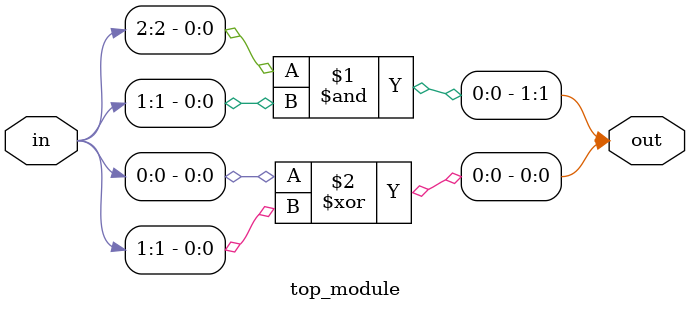
<source format=sv>
module top_module (
    input [2:0] in,
    output [1:0] out
);

    assign out[1] = in[2] & in[1];    // Bitwise AND of input bits 2 and 1
    assign out[0] = in[0] ^ in[1];    // Bitwise XOR of input bits 0 and 1

endmodule

</source>
